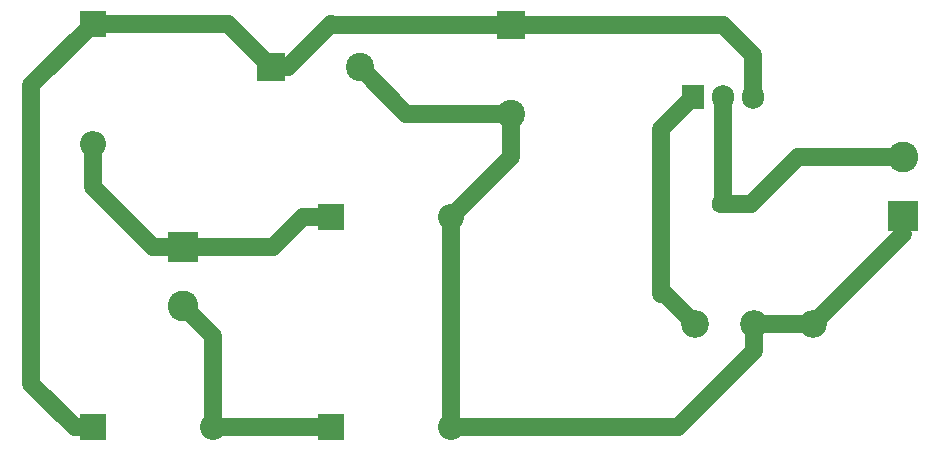
<source format=gbr>
%TF.GenerationSoftware,KiCad,Pcbnew,8.0.4*%
%TF.CreationDate,2024-10-22T12:11:24+02:00*%
%TF.ProjectId,regulateur_tension,72656775-6c61-4746-9575-725f74656e73,rev?*%
%TF.SameCoordinates,Original*%
%TF.FileFunction,Copper,L2,Bot*%
%TF.FilePolarity,Positive*%
%FSLAX46Y46*%
G04 Gerber Fmt 4.6, Leading zero omitted, Abs format (unit mm)*
G04 Created by KiCad (PCBNEW 8.0.4) date 2024-10-22 12:11:24*
%MOMM*%
%LPD*%
G01*
G04 APERTURE LIST*
%TA.AperFunction,ComponentPad*%
%ADD10R,2.400000X2.400000*%
%TD*%
%TA.AperFunction,ComponentPad*%
%ADD11C,2.400000*%
%TD*%
%TA.AperFunction,ComponentPad*%
%ADD12C,2.340000*%
%TD*%
%TA.AperFunction,ComponentPad*%
%ADD13R,2.200000X2.200000*%
%TD*%
%TA.AperFunction,ComponentPad*%
%ADD14O,2.200000X2.200000*%
%TD*%
%TA.AperFunction,ComponentPad*%
%ADD15R,2.600000X2.600000*%
%TD*%
%TA.AperFunction,ComponentPad*%
%ADD16C,2.600000*%
%TD*%
%TA.AperFunction,ComponentPad*%
%ADD17R,1.905000X2.000000*%
%TD*%
%TA.AperFunction,ComponentPad*%
%ADD18O,1.905000X2.000000*%
%TD*%
%TA.AperFunction,ComponentPad*%
%ADD19C,1.600000*%
%TD*%
%TA.AperFunction,ComponentPad*%
%ADD20O,1.600000X1.600000*%
%TD*%
%TA.AperFunction,Conductor*%
%ADD21C,1.000000*%
%TD*%
%TA.AperFunction,Conductor*%
%ADD22C,1.500000*%
%TD*%
G04 APERTURE END LIST*
D10*
%TO.P,C1,1*%
%TO.N,Net-(D1-K)*%
X38100000Y-24010000D03*
D11*
%TO.P,C1,2*%
%TO.N,GND*%
X45600000Y-24010000D03*
%TD*%
D12*
%TO.P,R2,1,1*%
%TO.N,Net-(RegulateurV1-ADJ)*%
X73940000Y-45720000D03*
%TO.P,R2,2,2*%
%TO.N,GND*%
X78940000Y-45720000D03*
%TO.P,R2,3,3*%
X83940000Y-45720000D03*
%TD*%
D13*
%TO.P,D4,1,K*%
%TO.N,Net-(D1-A)*%
X43180000Y-36710000D03*
D14*
%TO.P,D4,2,A*%
%TO.N,GND*%
X53340000Y-36710000D03*
%TD*%
D15*
%TO.P,OUTPUT1,1,Pin_1*%
%TO.N,GND*%
X91560000Y-36630000D03*
D16*
%TO.P,OUTPUT1,2,Pin_2*%
%TO.N,Net-(OUTPUT1-Pin_2)*%
X91560000Y-31630000D03*
%TD*%
D17*
%TO.P,RegulateurV1,1,ADJ*%
%TO.N,Net-(RegulateurV1-ADJ)*%
X73780000Y-26550000D03*
D18*
%TO.P,RegulateurV1,2,VO*%
%TO.N,Net-(OUTPUT1-Pin_2)*%
X76320000Y-26550000D03*
%TO.P,RegulateurV1,3,VI*%
%TO.N,Net-(D1-K)*%
X78860000Y-26550000D03*
%TD*%
D13*
%TO.P,D3,1,K*%
%TO.N,Net-(D1-K)*%
X22980000Y-54490000D03*
D14*
%TO.P,D3,2,A*%
%TO.N,Net-(D2-K)*%
X33140000Y-54490000D03*
%TD*%
D10*
%TO.P,C2,1*%
%TO.N,Net-(D1-K)*%
X58420000Y-20440000D03*
D11*
%TO.P,C2,2*%
%TO.N,GND*%
X58420000Y-27940000D03*
%TD*%
D13*
%TO.P,D1,1,K*%
%TO.N,Net-(D1-K)*%
X22980000Y-20320000D03*
D14*
%TO.P,D1,2,A*%
%TO.N,Net-(D1-A)*%
X22980000Y-30480000D03*
%TD*%
D13*
%TO.P,D2,1,K*%
%TO.N,Net-(D2-K)*%
X43180000Y-54490000D03*
D14*
%TO.P,D2,2,A*%
%TO.N,GND*%
X53340000Y-54490000D03*
%TD*%
D15*
%TO.P,INPUT_AC1,1,Pin_1*%
%TO.N,Net-(D1-A)*%
X30600000Y-39250000D03*
D16*
%TO.P,INPUT_AC1,2,Pin_2*%
%TO.N,Net-(D2-K)*%
X30600000Y-44250000D03*
%TD*%
D19*
%TO.P,R1,1*%
%TO.N,Net-(OUTPUT1-Pin_2)*%
X76200000Y-35560000D03*
D20*
%TO.P,R1,2*%
%TO.N,Net-(RegulateurV1-ADJ)*%
X71120000Y-35560000D03*
%TD*%
D21*
%TO.N,Net-(D1-K)*%
X38100000Y-24010000D02*
X39490000Y-24010000D01*
D22*
X22980000Y-20320000D02*
X34410000Y-20320000D01*
X78860000Y-22980000D02*
X78860000Y-26550000D01*
X58420000Y-20440000D02*
X76320000Y-20440000D01*
X43300000Y-20440000D02*
X58420000Y-20440000D01*
X34410000Y-20320000D02*
X38100000Y-24010000D01*
X17780000Y-25520000D02*
X22980000Y-20320000D01*
X76320000Y-20440000D02*
X78860000Y-22980000D01*
X22980000Y-54490000D02*
X21470000Y-54490000D01*
D21*
X43180000Y-20320000D02*
X43300000Y-20440000D01*
D22*
X21470000Y-54490000D02*
X17780000Y-50800000D01*
X39490000Y-24010000D02*
X43180000Y-20320000D01*
X17780000Y-50800000D02*
X17780000Y-25520000D01*
%TO.N,GND*%
X78940000Y-48060000D02*
X78940000Y-45720000D01*
X53340000Y-36710000D02*
X58420000Y-31630000D01*
X58420000Y-31630000D02*
X58420000Y-27940000D01*
X83940000Y-45720000D02*
X91560000Y-38100000D01*
X49530000Y-27940000D02*
X58420000Y-27940000D01*
X53340000Y-54490000D02*
X72510000Y-54490000D01*
X45600000Y-24010000D02*
X49530000Y-27940000D01*
D21*
X91560000Y-38100000D02*
X91560000Y-36630000D01*
D22*
X72510000Y-54490000D02*
X78940000Y-48060000D01*
X53340000Y-54490000D02*
X53340000Y-36710000D01*
X83940000Y-45720000D02*
X78940000Y-45720000D01*
%TO.N,Net-(D1-A)*%
X22980000Y-34170000D02*
X22980000Y-30480000D01*
X38220000Y-39250000D02*
X40760000Y-36710000D01*
X30600000Y-39250000D02*
X28060000Y-39250000D01*
X40760000Y-36710000D02*
X43180000Y-36710000D01*
X28060000Y-39250000D02*
X22980000Y-34170000D01*
X30600000Y-39250000D02*
X38220000Y-39250000D01*
%TO.N,Net-(D2-K)*%
X33140000Y-54490000D02*
X33140000Y-46790000D01*
X33140000Y-46790000D02*
X30600000Y-44250000D01*
X33140000Y-54490000D02*
X43180000Y-54490000D01*
%TO.N,Net-(OUTPUT1-Pin_2)*%
X76320000Y-26550000D02*
X76320000Y-35440000D01*
X82670000Y-31630000D02*
X78740000Y-35560000D01*
X78740000Y-35560000D02*
X76200000Y-35560000D01*
D21*
X76320000Y-35440000D02*
X76200000Y-35560000D01*
D22*
X91560000Y-31630000D02*
X82670000Y-31630000D01*
%TO.N,Net-(RegulateurV1-ADJ)*%
X71120000Y-35560000D02*
X71120000Y-29210000D01*
X71120000Y-43180000D02*
X71120000Y-35560000D01*
X71120000Y-29210000D02*
X73780000Y-26550000D01*
D21*
X71400000Y-43180000D02*
X71120000Y-43180000D01*
D22*
X73940000Y-45720000D02*
X71400000Y-43180000D01*
%TD*%
M02*

</source>
